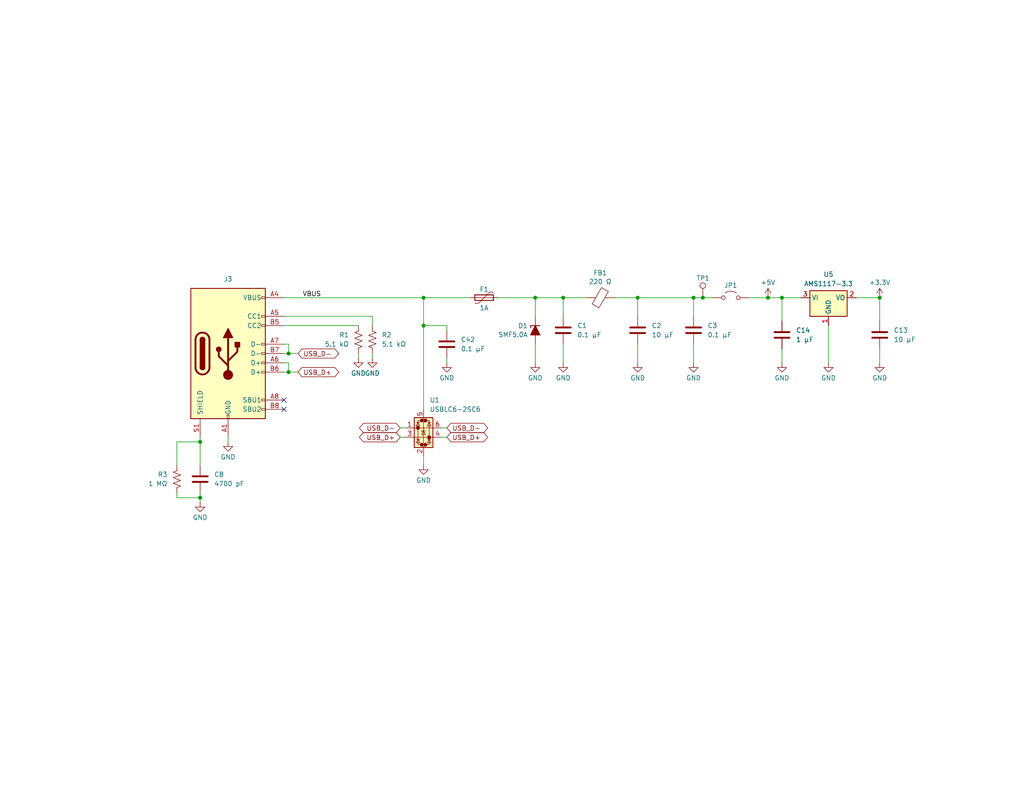
<source format=kicad_sch>
(kicad_sch (version 20250114) (generator "eeschema") (generator_version "9.0")
  (paper "USLetter")
  (lib_symbols
    (symbol "Connector:TestPoint" (pin_numbers (hide yes)) (pin_names (offset 0.762) (hide yes))
      (property "Reference" "TP" (at 0 6.858 0))
      (property "Value" "TestPoint" (at 0 5.08 0))
      (symbol "TestPoint_0_1"
        (circle (center 0 3.302) (radius 0.762))
      )
      (symbol "TestPoint_1_1"
        (pin passive line (at 0 0 90) (length 2.54) (name "1") (number "1"))
      )
    )
    (symbol "Jumper:Jumper_2_Open" (pin_numbers (hide yes)) (pin_names (offset 0) (hide yes))
      (property "Reference" "JP" (at 0 2.794 0))
      (property "Value" "Jumper_2_Open" (at 0 -2.286 0))
      (symbol "Jumper_2_Open_0_0"
        (circle (center -2.032 0) (radius 0.508))
        (circle (center 2.032 0) (radius 0.508))
      )
      (symbol "Jumper_2_Open_0_1"
        (arc (start -1.524 1.27) (mid 0 1.778) (end 1.524 1.27))
      )
      (symbol "Jumper_2_Open_1_1"
        (pin passive line (at -5.08 0 0) (length 2.54) (name "A") (number "1"))
        (pin passive line (at 5.08 0 180) (length 2.54) (name "B") (number "2"))
      )
    )
    (symbol "partdb:AMS1117-3.3"
      (property "Reference" "U" (at -3.81 3.175 0))
      (property "Value" "AMS1117-3.3" (at 0 3.175 0))
      (symbol "AMS1117-3.3_0_1"
        (rectangle (start -5.08 -5.08) (end 5.08 1.905) (stroke (width 0.254)) (fill (type background)))
      )
      (symbol "AMS1117-3.3_1_1"
        (pin power_in line (at -7.62 0 0) (length 2.54) (name "VI") (number "3"))
        (pin power_in line (at 0 -7.62 90) (length 2.54) (name "GND") (number "1"))
        (pin power_out line (at 7.62 0 180) (length 2.54) (name "VO") (number "2"))
      )
    )
    (symbol "partdb:C-0402-0U1-16" (pin_numbers (hide yes)) (pin_names (offset 0.254)) (exclude_from_sim yes)
      (property "Reference" "C" (at 0.635 2.54 0))
      (property "Value" "0.1 µF" (at 0.635 -2.54 0))
      (symbol "C-0402-0U1-16_0_1"
        (polyline (pts (xy -2.032 0.762) (xy 2.032 0.762)) (stroke (width 0.508)))
        (polyline (pts (xy -2.032 -0.762) (xy 2.032 -0.762)) (stroke (width 0.508)))
      )
      (symbol "C-0402-0U1-16_1_1"
        (pin passive line (at 0 3.81 270) (length 2.794) (name "~") (number "1"))
        (pin passive line (at 0 -3.81 90) (length 2.794) (name "~") (number "2"))
      )
    )
    (symbol "partdb:C-0402-1U0-25" (pin_numbers (hide yes)) (pin_names (offset 0.254)) (exclude_from_sim yes)
      (property "Reference" "C" (at 0.635 2.54 0))
      (property "Value" "1 µF" (at 0.635 -2.54 0))
      (symbol "C-0402-1U0-25_0_1"
        (polyline (pts (xy -2.032 0.762) (xy 2.032 0.762)) (stroke (width 0.508)))
        (polyline (pts (xy -2.032 -0.762) (xy 2.032 -0.762)) (stroke (width 0.508)))
      )
      (symbol "C-0402-1U0-25_1_1"
        (pin passive line (at 0 3.81 270) (length 2.794) (name "~") (number "1"))
        (pin passive line (at 0 -3.81 90) (length 2.794) (name "~") (number "2"))
      )
    )
    (symbol "partdb:C-0402-4700P-50" (pin_numbers (hide yes)) (pin_names (offset 0.254)) (exclude_from_sim yes)
      (property "Reference" "C" (at 0.635 2.54 0))
      (property "Value" "4700 pF" (at 0.635 -2.54 0))
      (symbol "C-0402-4700P-50_0_1"
        (polyline (pts (xy -2.032 0.762) (xy 2.032 0.762)) (stroke (width 0.508)))
        (polyline (pts (xy -2.032 -0.762) (xy 2.032 -0.762)) (stroke (width 0.508)))
      )
      (symbol "C-0402-4700P-50_1_1"
        (pin passive line (at 0 3.81 270) (length 2.794) (name "~") (number "1"))
        (pin passive line (at 0 -3.81 90) (length 2.794) (name "~") (number "2"))
      )
    )
    (symbol "partdb:C-0603-10U-10" (pin_numbers (hide yes)) (pin_names (offset 0.254)) (exclude_from_sim yes)
      (property "Reference" "C" (at 0.635 2.54 0))
      (property "Value" "10 µF" (at 0.635 -2.54 0))
      (symbol "C-0603-10U-10_0_1"
        (polyline (pts (xy -2.032 0.762) (xy 2.032 0.762)) (stroke (width 0.508)))
        (polyline (pts (xy -2.032 -0.762) (xy 2.032 -0.762)) (stroke (width 0.508)))
      )
      (symbol "C-0603-10U-10_1_1"
        (pin passive line (at 0 3.81 270) (length 2.794) (name "~") (number "1"))
        (pin passive line (at 0 -3.81 90) (length 2.794) (name "~") (number "2"))
      )
    )
    (symbol "partdb:CZP2AFTTD221P" (pin_numbers (hide yes)) (pin_names (offset 0)) (exclude_from_sim yes)
      (property "Reference" "FB" (at -3.81 0.635 90))
      (property "Value" "220 Ω" (at 3.81 0 90))
      (symbol "CZP2AFTTD221P_0_1"
        (polyline (pts (xy -2.7686 0.4064) (xy -1.7018 2.2606) (xy 2.7686 -0.3048) (xy 1.6764 -2.159) (xy -2.7686 0.4064)))
        (polyline (pts (xy 0 1.27) (xy 0 1.2954)))
        (polyline (pts (xy 0 -1.27) (xy 0 -1.2192)))
      )
      (symbol "CZP2AFTTD221P_1_1"
        (pin passive line (at 0 3.81 270) (length 2.54) (name "~") (number "1"))
        (pin passive line (at 0 -3.81 90) (length 2.54) (name "~") (number "2"))
      )
    )
    (symbol "partdb:R-0402-1M00" (pin_numbers (hide yes)) (pin_names (offset 0)) (exclude_from_sim yes)
      (property "Reference" "R" (at 2.54 0 90))
      (property "Value" "1 MΩ" (at -2.54 0 90))
      (symbol "R-0402-1M00_0_1"
        (polyline (pts (xy 0 2.286) (xy 0 2.54)))
        (polyline (pts (xy 0 2.286) (xy 1.016 1.905) (xy 0 1.524) (xy -1.016 1.143) (xy 0 0.762)))
        (polyline (pts (xy 0 0.762) (xy 1.016 0.381) (xy 0 0) (xy -1.016 -0.381) (xy 0 -0.762)))
        (polyline (pts (xy 0 -0.762) (xy 1.016 -1.143) (xy 0 -1.524) (xy -1.016 -1.905) (xy 0 -2.286)))
        (polyline (pts (xy 0 -2.286) (xy 0 -2.54)))
      )
      (symbol "R-0402-1M00_1_1"
        (pin passive line (at 0 3.81 270) (length 1.27) (name "~") (number "1"))
        (pin passive line (at 0 -3.81 90) (length 1.27) (name "~") (number "2"))
      )
    )
    (symbol "partdb:R-0402-5K10" (pin_numbers (hide yes)) (pin_names (offset 0)) (exclude_from_sim yes)
      (property "Reference" "R" (at 2.54 0 90))
      (property "Value" "5.1 kΩ" (at -2.54 0 90))
      (symbol "R-0402-5K10_0_1"
        (polyline (pts (xy 0 2.286) (xy 0 2.54)))
        (polyline (pts (xy 0 2.286) (xy 1.016 1.905) (xy 0 1.524) (xy -1.016 1.143) (xy 0 0.762)))
        (polyline (pts (xy 0 0.762) (xy 1.016 0.381) (xy 0 0) (xy -1.016 -0.381) (xy 0 -0.762)))
        (polyline (pts (xy 0 -0.762) (xy 1.016 -1.143) (xy 0 -1.524) (xy -1.016 -1.905) (xy 0 -2.286)))
        (polyline (pts (xy 0 -2.286) (xy 0 -2.54)))
      )
      (symbol "R-0402-5K10_1_1"
        (pin passive line (at 0 3.81 270) (length 1.27) (name "~") (number "1"))
        (pin passive line (at 0 -3.81 90) (length 1.27) (name "~") (number "2"))
      )
    )
    (symbol "partdb:SMD0805-100" (pin_numbers (hide yes)) (pin_names (offset 0)) (exclude_from_sim yes)
      (property "Reference" "F" (at -2.54 0 90))
      (property "Value" "1A" (at 2.54 0 90))
      (symbol "SMD0805-100_0_1"
        (polyline (pts (xy -1.524 2.54) (xy -1.524 1.524) (xy 1.524 -1.524) (xy 1.524 -2.54)))
        (rectangle (start -0.762 2.54) (end 0.762 -2.54) (stroke (width 0.254)))
        (polyline (pts (xy 0 2.54) (xy 0 -2.54)))
      )
      (symbol "SMD0805-100_1_1"
        (pin passive line (at 0 3.81 270) (length 1.27) (name "~") (number "1"))
        (pin passive line (at 0 -3.81 90) (length 1.27) (name "~") (number "2"))
      )
    )
    (symbol "partdb:SMF5.0A" (pin_numbers (hide yes)) (pin_names (offset 1.016) (hide yes)) (exclude_from_sim yes)
      (property "Reference" "D" (at 0 2.54 0))
      (property "Value" "SMF5.0A" (at 0 -2.54 0))
      (symbol "SMF5.0A_0_1"
        (polyline (pts (xy -1.27 -1.27) (xy -1.27 1.27) (xy -0.762 1.27)) (stroke (width 0.254)))
        (polyline (pts (xy 1.27 0) (xy -1.27 0)))
        (polyline (pts (xy 1.27 -1.27) (xy 1.27 1.27) (xy -1.27 0) (xy 1.27 -1.27)) (stroke (width 0.254)) (fill (type outline)))
      )
      (symbol "SMF5.0A_1_1"
        (pin passive line (at -3.81 0 0) (length 2.54) (name "K") (number "1"))
        (pin passive line (at 3.81 0 180) (length 2.54) (name "A") (number "2"))
      )
    )
    (symbol "partdb:TYPE-C-31-M-12" (pin_names (offset 1.016)) (exclude_from_sim yes)
      (property "Reference" "J" (at 0 22.225 0))
      (property "Value" "TYPE-C-31-M-12" (at 0 19.685 0))
      (symbol "TYPE-C-31-M-12_0_0"
        (rectangle (start -0.254 -17.78) (end 0.254 -16.764))
        (rectangle (start 10.16 15.494) (end 9.144 14.986))
        (rectangle (start 10.16 10.414) (end 9.144 9.906))
        (rectangle (start 10.16 7.874) (end 9.144 7.366))
        (rectangle (start 10.16 2.794) (end 9.144 2.286))
        (rectangle (start 10.16 0.254) (end 9.144 -0.254))
        (rectangle (start 10.16 -2.286) (end 9.144 -2.794))
        (rectangle (start 10.16 -4.826) (end 9.144 -5.334))
        (rectangle (start 10.16 -12.446) (end 9.144 -12.954))
        (rectangle (start 10.16 -14.986) (end 9.144 -15.494))
      )
      (symbol "TYPE-C-31-M-12_0_1"
        (rectangle (start -10.16 17.78) (end 10.16 -17.78) (stroke (width 0.254)) (fill (type background)))
        (polyline (pts (xy -8.89 -3.81) (xy -8.89 3.81)) (stroke (width 0.508)))
        (rectangle (start -7.62 -3.81) (end -6.35 3.81) (stroke (width 0.254)) (fill (type outline)))
        (arc (start -7.62 3.81) (mid -6.985 4.4423) (end -6.35 3.81) (stroke (width 0.254)))
        (arc (start -7.62 3.81) (mid -6.985 4.4423) (end -6.35 3.81) (stroke (width 0.254)) (fill (type outline)))
        (arc (start -8.89 3.81) (mid -6.985 5.7067) (end -5.08 3.81) (stroke (width 0.508)))
        (arc (start -5.08 -3.81) (mid -6.985 -5.7067) (end -8.89 -3.81) (stroke (width 0.508)))
        (arc (start -6.35 -3.81) (mid -6.985 -4.4423) (end -7.62 -3.81) (stroke (width 0.254)))
        (arc (start -6.35 -3.81) (mid -6.985 -4.4423) (end -7.62 -3.81) (stroke (width 0.254)) (fill (type outline)))
        (polyline (pts (xy -5.08 3.81) (xy -5.08 -3.81)) (stroke (width 0.508)))
        (circle (center -2.54 1.143) (radius 0.635) (stroke (width 0.254)) (fill (type outline)))
        (polyline (pts (xy -1.27 4.318) (xy 0 6.858) (xy 1.27 4.318) (xy -1.27 4.318)) (stroke (width 0.254)) (fill (type outline)))
        (polyline (pts (xy 0 -2.032) (xy 2.54 0.508) (xy 2.54 1.778)) (stroke (width 0.508)))
        (polyline (pts (xy 0 -3.302) (xy -2.54 -0.762) (xy -2.54 0.508)) (stroke (width 0.508)))
        (polyline (pts (xy 0 -5.842) (xy 0 4.318)) (stroke (width 0.508)))
        (circle (center 0 -5.842) (radius 1.27) (fill (type outline)))
        (rectangle (start 1.905 1.778) (end 3.175 3.048) (stroke (width 0.254)) (fill (type outline)))
      )
      (symbol "TYPE-C-31-M-12_1_1"
        (pin passive line (at -7.62 -22.86 90) (length 5.08) (name "SHIELD") (number "S1"))
        (pin passive line (at 0 -22.86 90) (length 5.08) (name "GND") (number "A1"))
        (pin passive line (at 0 -22.86 90) (length 5.08) (hide yes) (name "GND") (number "A12"))
        (pin passive line (at 0 -22.86 90) (length 5.08) (hide yes) (name "GND") (number "B1"))
        (pin passive line (at 0 -22.86 90) (length 5.08) (hide yes) (name "GND") (number "B12"))
        (pin passive line (at 15.24 15.24 180) (length 5.08) (name "VBUS") (number "A4"))
        (pin passive line (at 15.24 15.24 180) (length 5.08) (hide yes) (name "VBUS") (number "A9"))
        (pin passive line (at 15.24 15.24 180) (length 5.08) (hide yes) (name "VBUS") (number "B4"))
        (pin passive line (at 15.24 15.24 180) (length 5.08) (hide yes) (name "VBUS") (number "B9"))
        (pin bidirectional line (at 15.24 10.16 180) (length 5.08) (name "CC1") (number "A5"))
        (pin bidirectional line (at 15.24 7.62 180) (length 5.08) (name "CC2") (number "B5"))
        (pin bidirectional line (at 15.24 2.54 180) (length 5.08) (name "D-") (number "A7"))
        (pin bidirectional line (at 15.24 0 180) (length 5.08) (name "D-") (number "B7"))
        (pin bidirectional line (at 15.24 -2.54 180) (length 5.08) (name "D+") (number "A6"))
        (pin bidirectional line (at 15.24 -5.08 180) (length 5.08) (name "D+") (number "B6"))
        (pin bidirectional line (at 15.24 -12.7 180) (length 5.08) (name "SBU1") (number "A8"))
        (pin bidirectional line (at 15.24 -15.24 180) (length 5.08) (name "SBU2") (number "B8"))
      )
    )
    (symbol "partdb:USBLC6-2SC6" (pin_names (hide yes))
      (property "Reference" "U" (at 0.635 5.715 0))
      (property "Value" "USBLC6-2SC6" (at 0.635 3.81 0))
      (symbol "USBLC6-2SC6_0_0"
        (circle (center -1.524 0) (radius 0.0001) (stroke (width 0.508)))
        (circle (center -0.508 2.032) (radius 0.0001) (stroke (width 0.508)))
        (circle (center -0.508 -4.572) (radius 0.0001) (stroke (width 0.508)))
        (circle (center 0.508 2.032) (radius 0.0001) (stroke (width 0.508)))
        (circle (center 0.508 -4.572) (radius 0.0001) (stroke (width 0.508)))
        (circle (center 1.524 -2.54) (radius 0.0001) (stroke (width 0.508)))
      )
      (symbol "USBLC6-2SC6_0_1"
        (polyline (pts (xy -2.54 0) (xy 2.54 0)))
        (polyline (pts (xy -2.54 -2.54) (xy 2.54 -2.54)))
        (polyline (pts (xy -2.032 0.508) (xy -1.016 0.508) (xy -1.524 1.524) (xy -2.032 0.508)))
        (polyline (pts (xy -2.032 -3.048) (xy -1.016 -3.048)))
        (polyline (pts (xy -1.016 1.524) (xy -2.032 1.524)))
        (polyline (pts (xy -1.016 -4.064) (xy -2.032 -4.064) (xy -1.524 -3.048) (xy -1.016 -4.064)))
        (polyline (pts (xy -0.508 -1.143) (xy -0.508 -0.762) (xy 0.508 -0.762)))
        (polyline (pts (xy 0 2.54) (xy -0.508 2.032) (xy 0.508 2.032) (xy 0 1.524) (xy 0 -4.064) (xy -0.508 -4.572) (xy 0.508 -4.572) (xy 0 -5.08)))
        (polyline (pts (xy 0.508 -1.778) (xy -0.508 -1.778) (xy 0 -0.762) (xy 0.508 -1.778)))
        (polyline (pts (xy 1.016 1.524) (xy 2.032 1.524)))
        (polyline (pts (xy 1.016 -3.048) (xy 2.032 -3.048)))
        (polyline (pts (xy 2.032 0.508) (xy 1.016 0.508) (xy 1.524 1.524) (xy 2.032 0.508)))
        (polyline (pts (xy 2.032 -4.064) (xy 1.016 -4.064) (xy 1.524 -3.048) (xy 2.032 -4.064)))
      )
      (symbol "USBLC6-2SC6_1_1"
        (rectangle (start -2.54 2.794) (end 2.54 -5.334) (stroke (width 0.254)) (fill (type background)))
        (polyline (pts (xy -0.508 2.032) (xy -1.524 2.032) (xy -1.524 -4.572) (xy -0.508 -4.572)))
        (polyline (pts (xy 0.508 -4.572) (xy 1.524 -4.572) (xy 1.524 2.032) (xy 0.508 2.032)))
        (pin passive line (at -5.08 0 0) (length 2.54) (name "I/O1") (number "1"))
        (pin passive line (at -5.08 -2.54 0) (length 2.54) (name "I/O2") (number "3"))
        (pin passive line (at 0 5.08 270) (length 2.54) (name "VBUS") (number "5"))
        (pin passive line (at 0 -7.62 90) (length 2.54) (name "GND") (number "2"))
        (pin passive line (at 5.08 0 180) (length 2.54) (name "I/O1") (number "6"))
        (pin passive line (at 5.08 -2.54 180) (length 2.54) (name "I/O2") (number "4"))
      )
    )
    (symbol "power:+3.3V" (power) (pin_numbers (hide yes)) (pin_names (offset 0) (hide yes))
      (property "Value" "+3.3V" (at 0 3.556 0))
      (symbol "+3.3V_0_1"
        (polyline (pts (xy -0.762 1.27) (xy 0 2.54)))
        (polyline (pts (xy 0 2.54) (xy 0.762 1.27)))
        (polyline (pts (xy 0 0) (xy 0 2.54)))
      )
      (symbol "+3.3V_1_1"
        (pin power_in line (at 0 0 90) (length 0) (name "~") (number "1"))
      )
    )
    (symbol "power:+5V" (power) (pin_numbers (hide yes)) (pin_names (offset 0) (hide yes))
      (property "Value" "+5V" (at 0 3.556 0))
      (symbol "+5V_0_1"
        (polyline (pts (xy -0.762 1.27) (xy 0 2.54)))
        (polyline (pts (xy 0 2.54) (xy 0.762 1.27)))
        (polyline (pts (xy 0 0) (xy 0 2.54)))
      )
      (symbol "+5V_1_1"
        (pin power_in line (at 0 0 90) (length 0) (name "~") (number "1"))
      )
    )
    (symbol "power:GND" (power) (pin_numbers (hide yes)) (pin_names (offset 0) (hide yes))
      (property "Value" "GND" (at 0 -3.81 0))
      (symbol "GND_0_1"
        (polyline (pts (xy 0 0) (xy 0 -1.27) (xy 1.27 -1.27) (xy 0 -2.54) (xy -1.27 -1.27) (xy 0 -1.27)))
      )
      (symbol "GND_1_1"
        (pin power_in line (at 0 0 270) (length 0) (name "~") (number "1"))
      )
    )
  )
  (junction (at 191.77 81.28))
  (junction (at 240.03 81.28))
  (junction (at 146.05 81.28))
  (junction (at 54.61 120.65))
  (junction (at 115.57 88.9))
  (junction (at 213.36 81.28))
  (junction (at 54.61 135.89))
  (junction (at 209.55 81.28))
  (junction (at 78.74 101.6))
  (junction (at 189.23 81.28))
  (junction (at 173.99 81.28))
  (junction (at 78.74 96.52))
  (junction (at 153.67 81.28))
  (junction (at 115.57 81.28))
  (no_connect (at 77.47 111.76))
  (no_connect (at 77.47 109.22))
  (wire (pts (xy 115.57 81.28) (xy 128.27 81.28)))
  (wire (pts (xy 109.22 119.38) (xy 110.49 119.38)))
  (wire (pts (xy 78.74 96.52) (xy 81.28 96.52)))
  (wire (pts (xy 78.74 96.52) (xy 77.47 96.52)))
  (wire (pts (xy 191.77 81.28) (xy 194.31 81.28)))
  (wire (pts (xy 153.67 99.06) (xy 153.67 93.98)))
  (wire (pts (xy 48.26 120.65) (xy 54.61 120.65)))
  (wire (pts (xy 115.57 81.28) (xy 77.47 81.28)))
  (wire (pts (xy 48.26 135.89) (xy 48.26 134.62)))
  (wire (pts (xy 54.61 119.38) (xy 54.61 120.65)))
  (wire (pts (xy 121.92 90.17) (xy 121.92 88.9)))
  (wire (pts (xy 189.23 81.28) (xy 191.77 81.28)))
  (wire (pts (xy 101.6 86.36) (xy 101.6 88.9)))
  (wire (pts (xy 54.61 135.89) (xy 54.61 134.62)))
  (wire (pts (xy 173.99 81.28) (xy 189.23 81.28)))
  (wire (pts (xy 77.47 88.9) (xy 97.79 88.9)))
  (wire (pts (xy 109.22 116.84) (xy 110.49 116.84)))
  (wire (pts (xy 153.67 81.28) (xy 160.02 81.28)))
  (wire (pts (xy 189.23 99.06) (xy 189.23 93.98)))
  (wire (pts (xy 48.26 135.89) (xy 54.61 135.89)))
  (wire (pts (xy 121.92 116.84) (xy 120.65 116.84)))
  (wire (pts (xy 226.06 99.06) (xy 226.06 88.9)))
  (wire (pts (xy 213.36 99.06) (xy 213.36 95.25)))
  (wire (pts (xy 54.61 120.65) (xy 54.61 127)))
  (wire (pts (xy 233.68 81.28) (xy 240.03 81.28)))
  (wire (pts (xy 173.99 81.28) (xy 173.99 86.36)))
  (wire (pts (xy 101.6 97.79) (xy 101.6 96.52)))
  (wire (pts (xy 146.05 99.06) (xy 146.05 93.98)))
  (wire (pts (xy 78.74 99.06) (xy 78.74 101.6)))
  (wire (pts (xy 173.99 99.06) (xy 173.99 93.98)))
  (wire (pts (xy 77.47 86.36) (xy 101.6 86.36)))
  (wire (pts (xy 62.23 120.65) (xy 62.23 119.38)))
  (wire (pts (xy 77.47 93.98) (xy 78.74 93.98)))
  (wire (pts (xy 146.05 81.28) (xy 146.05 86.36)))
  (wire (pts (xy 48.26 127) (xy 48.26 120.65)))
  (wire (pts (xy 189.23 86.36) (xy 189.23 81.28)))
  (wire (pts (xy 204.47 81.28) (xy 209.55 81.28)))
  (wire (pts (xy 135.89 81.28) (xy 146.05 81.28)))
  (wire (pts (xy 97.79 97.79) (xy 97.79 96.52)))
  (wire (pts (xy 218.44 81.28) (xy 213.36 81.28)))
  (wire (pts (xy 121.92 99.06) (xy 121.92 97.79)))
  (wire (pts (xy 153.67 81.28) (xy 153.67 86.36)))
  (wire (pts (xy 146.05 81.28) (xy 153.67 81.28)))
  (wire (pts (xy 167.64 81.28) (xy 173.99 81.28)))
  (wire (pts (xy 121.92 119.38) (xy 120.65 119.38)))
  (wire (pts (xy 54.61 137.16) (xy 54.61 135.89)))
  (wire (pts (xy 78.74 101.6) (xy 77.47 101.6)))
  (wire (pts (xy 115.57 127) (xy 115.57 124.46)))
  (wire (pts (xy 78.74 101.6) (xy 81.28 101.6)))
  (wire (pts (xy 115.57 88.9) (xy 115.57 81.28)))
  (wire (pts (xy 78.74 93.98) (xy 78.74 96.52)))
  (wire (pts (xy 115.57 111.76) (xy 115.57 88.9)))
  (wire (pts (xy 209.55 81.28) (xy 213.36 81.28)))
  (wire (pts (xy 240.03 81.28) (xy 240.03 87.63)))
  (wire (pts (xy 121.92 88.9) (xy 115.57 88.9)))
  (wire (pts (xy 240.03 99.06) (xy 240.03 95.25)))
  (wire (pts (xy 77.47 99.06) (xy 78.74 99.06)))
  (wire (pts (xy 213.36 81.28) (xy 213.36 87.63)))
  (label "VBUS" (at 87.63 81.28 180))
  (global_label "USB_D+" (shape bidirectional) (at 81.28 101.6 0) (property "Intersheetrefs" "${INTERSHEET_REFS}" (effects (hide yes))))
  (global_label "USB_D+" (shape bidirectional) (at 109.22 119.38 180) (property "Intersheetrefs" "${INTERSHEET_REFS}" (effects (hide yes))))
  (global_label "USB_D-" (shape bidirectional) (at 121.92 116.84 0) (property "Intersheetrefs" "${INTERSHEET_REFS}" (effects (hide yes))))
  (global_label "USB_D+" (shape bidirectional) (at 121.92 119.38 0) (property "Intersheetrefs" "${INTERSHEET_REFS}" (effects (hide yes))))
  (global_label "USB_D-" (shape bidirectional) (at 109.22 116.84 180) (property "Intersheetrefs" "${INTERSHEET_REFS}" (effects (hide yes))))
  (global_label "USB_D-" (shape bidirectional) (at 81.28 96.52 0) (property "Intersheetrefs" "${INTERSHEET_REFS}" (effects (hide yes))))
  (symbol (lib_id "partdb:SMF5.0A") (at 146.05 90.17 90) (mirror x) (unit 1) (exclude_from_sim yes)
    (property "Reference" "D1" (at 144.018 88.9578 90) (effects (justify left)))
    (property "Value" "SMF5.0A" (at 144.018 91.3821 90) (effects (justify left)))
    (property "Footprint" "Diode_SMD:D_SOD-123F" (effects (hide yes)))
    (property "Datasheet" "https://partdb.alfter.us/en/part/474/info" (effects (hide yes)))
    (property "Description" "9.2V Clamp 21.7A Ipp Tvs Diode Surface Mount SOD-123" (effects (hide yes)))
    (property "Category" "Circuit Protection/Transient Voltage Suppressors (TVS)/TVS Diodes" (effects (hide yes)))
    (property "Manufacturer" "Littelfuse Inc." (effects (hide yes)))
    (property "MPN" "SMF5.0A" (effects (hide yes)))
    (property "Manufacturing Status" "Active" (effects (hide yes)))
    (property "Part-DB Footprint" "SOD-123" (effects (hide yes)))
    (property "Part-DB ID" "474" (effects (hide yes)))
    (property "DigiKey" " F5748CT-ND" (effects (hide yes)))
    (property "LCSC" "C151296" (effects (hide yes)))
  )
  (symbol (lib_id "partdb:R-0402-5K10") (at 97.79 92.71 0) (mirror y) (unit 1) (exclude_from_sim yes)
    (property "Reference" "R1" (at 95.25 91.4399 0) (effects (justify left)))
    (property "Value" "5.1 kΩ" (at 95.25 93.9799 0) (effects (justify left)))
    (property "Footprint" "Resistor_SMD:R_0402_1005Metric" (effects (hide yes)))
    (property "Datasheet" "https://partdb.alfter.us/en/part/288/info" (effects (hide yes)))
    (property "Description" "resistor 5.1 kΩ 1%" (effects (hide yes)))
    (property "Category" "Resistors/Chip Resistor - Surface Mount" (effects (hide yes)))
    (property "Part-DB Footprint" "0402" (effects (hide yes)))
    (property "Part-DB ID" "288" (effects (hide yes)))
    (property "LCSC" "C25905" (effects (hide yes)))
    (property "MPN" "0402WGF5101TCE" (effects (hide yes)))
    (property "Manufacturer" "Uniroyal Elec" (effects (hide yes)))
  )
  (symbol (lib_id "power:GND") (at 115.57 127 0) (unit 1)
    (property "Reference" "#PWR013" (effects (hide yes)))
    (property "Value" "GND" (at 115.57 131.1331 0))
    (property "Description" "Power symbol creates a global label with name \"GND\" , ground" (effects (hide yes)))
  )
  (symbol (lib_id "partdb:C-0402-0U1-16") (at 189.23 90.17 0) (unit 1) (exclude_from_sim yes)
    (property "Reference" "C3" (at 193.04 88.8999 0) (effects (justify left)))
    (property "Value" "0.1 µF" (at 193.04 91.4399 0) (effects (justify left)))
    (property "Footprint" "Capacitor_SMD:C_0402_1005Metric" (effects (hide yes)))
    (property "Datasheet" "https://partdb.alfter.us/en/part/261/info" (effects (hide yes)))
    (property "Description" "capacitor 0.1 µF ±10% 16V X7R" (effects (hide yes)))
    (property "Category" "Capacitors/Ceramic Capacitors" (effects (hide yes)))
    (property "Part-DB Footprint" "0402" (effects (hide yes)))
    (property "Part-DB ID" "261" (effects (hide yes)))
    (property "DigiKey" "1276-1001-1-ND" (effects (hide yes)))
    (property "LCSC" "C1525" (effects (hide yes)))
    (property "MPN" "CL05B104KO5NNNC" (effects (hide yes)))
    (property "Manufacturer" "Samsung Electro-Mechanics" (effects (hide yes)))
  )
  (symbol (lib_id "power:+3.3V") (at 240.03 81.28 0) (unit 1)
    (property "Reference" "#PWR022" (effects (hide yes)))
    (property "Value" "+3.3V" (at 240.03 77.1469 0))
    (property "Description" "Power symbol creates a global label with name \"+3.3V\"" (effects (hide yes)))
  )
  (symbol (lib_id "partdb:C-0402-0U1-16") (at 153.67 90.17 0) (unit 1) (exclude_from_sim yes)
    (property "Reference" "C1" (at 157.48 88.8999 0) (effects (justify left)))
    (property "Value" "0.1 µF" (at 157.48 91.4399 0) (effects (justify left)))
    (property "Footprint" "Capacitor_SMD:C_0402_1005Metric" (effects (hide yes)))
    (property "Datasheet" "https://partdb.alfter.us/en/part/261/info" (effects (hide yes)))
    (property "Description" "capacitor 0.1 µF ±10% 16V X7R" (effects (hide yes)))
    (property "Category" "Capacitors/Ceramic Capacitors" (effects (hide yes)))
    (property "Part-DB Footprint" "0402" (effects (hide yes)))
    (property "Part-DB ID" "261" (effects (hide yes)))
    (property "DigiKey" "1276-1001-1-ND" (effects (hide yes)))
    (property "LCSC" "C1525" (effects (hide yes)))
    (property "MPN" "CL05B104KO5NNNC" (effects (hide yes)))
    (property "Manufacturer" "Samsung Electro-Mechanics" (effects (hide yes)))
  )
  (symbol (lib_id "power:GND") (at 226.06 99.06 0) (unit 1)
    (property "Reference" "#PWR041" (effects (hide yes)))
    (property "Value" "GND" (at 226.06 103.1931 0))
    (property "Description" "Power symbol creates a global label with name \"GND\" , ground" (effects (hide yes)))
  )
  (symbol (lib_id "power:GND") (at 97.79 97.79 0) (unit 1)
    (property "Reference" "#PWR09" (effects (hide yes)))
    (property "Value" "GND" (at 97.79 101.9231 0))
    (property "Description" "Power symbol creates a global label with name \"GND\" , ground" (effects (hide yes)))
  )
  (symbol (lib_id "Connector:TestPoint") (at 191.77 81.28 0) (unit 1)
    (property "Reference" "TP1" (at 189.992 75.946 0) (effects (justify left)))
    (property "Value" "TestPoint" (effects (hide yes)))
    (property "Footprint" "TestPoint:TestPoint_Pad_D1.0mm" (effects (hide yes)))
    (property "Description" "test point" (effects (hide yes)))
  )
  (symbol (lib_id "partdb:CZP2AFTTD221P") (at 163.83 81.28 90) (unit 1) (exclude_from_sim yes)
    (property "Reference" "FB1" (at 163.7792 74.4939 90))
    (property "Value" "220 Ω" (at 163.7792 76.9182 90))
    (property "Footprint" "Inductor_SMD:L_0805_2012Metric" (effects (hide yes)))
    (property "Datasheet" "https://partdb.alfter.us/en/part/476/info" (effects (hide yes)))
    (property "Description" "220 Ohms @ 100 MHz 1 Power Line Ferrite Bead 0805 (2012 Metric) 3A 50mOhm" (effects (hide yes)))
    (property "Category" "Filters/Ferrite Beads and Chips" (effects (hide yes)))
    (property "Manufacturer" "TDK" (effects (hide yes)))
    (property "MPN" "MPZ2012S221AT000" (effects (hide yes)))
    (property "Manufacturing Status" "Active" (effects (hide yes)))
    (property "Part-DB ID" "476" (effects (hide yes)))
    (property "DigiKey" "445-MPZ2012S221AT000CT-ND" (effects (hide yes)))
    (property "LCSC" "C76818" (effects (hide yes)))
  )
  (symbol (lib_id "power:GND") (at 101.6 97.79 0) (unit 1)
    (property "Reference" "#PWR010" (effects (hide yes)))
    (property "Value" "GND" (at 101.6 101.9231 0))
    (property "Description" "Power symbol creates a global label with name \"GND\" , ground" (effects (hide yes)))
  )
  (symbol (lib_id "partdb:R-0402-5K10") (at 101.6 92.71 0) (unit 1) (exclude_from_sim yes)
    (property "Reference" "R2" (at 104.14 91.4399 0) (effects (justify left)))
    (property "Value" "5.1 kΩ" (at 104.14 93.9799 0) (effects (justify left)))
    (property "Footprint" "Resistor_SMD:R_0402_1005Metric" (effects (hide yes)))
    (property "Datasheet" "https://partdb.alfter.us/en/part/288/info" (effects (hide yes)))
    (property "Description" "resistor 5.1 kΩ 1%" (effects (hide yes)))
    (property "Category" "Resistors/Chip Resistor - Surface Mount" (effects (hide yes)))
    (property "Part-DB Footprint" "0402" (effects (hide yes)))
    (property "Part-DB ID" "288" (effects (hide yes)))
    (property "LCSC" "C25905" (effects (hide yes)))
    (property "MPN" "0402WGF5101TCE" (effects (hide yes)))
    (property "Manufacturer" "Uniroyal Elec" (effects (hide yes)))
  )
  (symbol (lib_id "power:GND") (at 213.36 99.06 0) (unit 1)
    (property "Reference" "#PWR020" (effects (hide yes)))
    (property "Value" "GND" (at 213.36 103.1931 0))
    (property "Description" "Power symbol creates a global label with name \"GND\" , ground" (effects (hide yes)))
  )
  (symbol (lib_id "partdb:C-0603-10U-10") (at 173.99 90.17 0) (unit 1) (exclude_from_sim yes)
    (property "Reference" "C2" (at 177.8 88.8999 0) (effects (justify left)))
    (property "Value" "10 µF" (at 177.8 91.4399 0) (effects (justify left)))
    (property "Footprint" "Capacitor_SMD:C_0603_1608Metric" (effects (hide yes)))
    (property "Datasheet" "https://partdb.alfter.us/en/part/270/info" (effects (hide yes)))
    (property "Description" "capacitor 10 µF ±10% 10V X5R" (effects (hide yes)))
    (property "Category" "Capacitors/Ceramic Capacitors" (effects (hide yes)))
    (property "Part-DB Footprint" "0603" (effects (hide yes)))
    (property "Part-DB ID" "270" (effects (hide yes)))
    (property "DigiKey" "1276-1192-1-ND" (effects (hide yes)))
    (property "LCSC" "C19702" (effects (hide yes)))
    (property "MPN" "CL10A106KP8NNNC" (effects (hide yes)))
    (property "Manufacturer" "Samsung Electro-Mechanics" (effects (hide yes)))
  )
  (symbol (lib_id "partdb:R-0402-1M00") (at 48.26 130.81 0) (mirror y) (unit 1) (exclude_from_sim yes)
    (property "Reference" "R3" (at 45.72 129.5399 0) (effects (justify left)))
    (property "Value" "1 MΩ" (at 45.72 132.0799 0) (effects (justify left)))
    (property "Footprint" "Resistor_SMD:R_0402_1005Metric" (effects (hide yes)))
    (property "Datasheet" "https://partdb.alfter.us/en/part/483/info" (effects (hide yes)))
    (property "Description" "resistor 1 MΩ 1%" (effects (hide yes)))
    (property "Category" "Resistors/Chip Resistor - Surface Mount" (effects (hide yes)))
    (property "Part-DB Footprint" "0402" (effects (hide yes)))
    (property "Part-DB ID" "483" (effects (hide yes)))
    (property "LCSC" "C26083" (effects (hide yes)))
    (property "MPN" "0402WGF1004TCE" (effects (hide yes)))
    (property "Manufacturer" "Uniroyal Elec" (effects (hide yes)))
  )
  (symbol (lib_id "partdb:SMD0805-100") (at 132.08 81.28 90) (unit 1) (exclude_from_sim yes)
    (property "Reference" "F1" (at 133.35 78.994 90) (effects (justify left)))
    (property "Value" "1A" (at 133.35 84.074 90) (effects (justify left)))
    (property "Footprint" "Fuse:Fuse_0805_2012Metric" (effects (hide yes)))
    (property "Datasheet" "https://partdb.alfter.us/en/part/475/info" (effects (hide yes)))
    (property "Description" "6V 1A 100A 1.95A 0805 Resettable Fuses ROHS" (effects (hide yes)))
    (property "Category" "Circuit Protection/PTC Resettable Fuses" (effects (hide yes)))
    (property "Manufacturer" "TECHFUSE" (effects (hide yes)))
    (property "MPN" "SMD0805-100" (effects (hide yes)))
    (property "Part-DB Footprint" "0805" (effects (hide yes)))
    (property "Mass" "0.024 g" (effects (hide yes)))
    (property "Part-DB ID" "475" (effects (hide yes)))
    (property "LCSC" "C70061" (effects (hide yes)))
  )
  (symbol (lib_id "partdb:C-0402-1U0-25") (at 213.36 91.44 0) (unit 1) (exclude_from_sim yes)
    (property "Reference" "C14" (at 217.17 90.1699 0) (effects (justify left)))
    (property "Value" "1 µF" (at 217.17 92.7099 0) (effects (justify left)))
    (property "Footprint" "Capacitor_SMD:C_0402_1005Metric" (effects (hide yes)))
    (property "Datasheet" "https://partdb.alfter.us/en/part/263/info" (effects (hide yes)))
    (property "Description" "capacitor 1 µF ±10% 25V X5R" (effects (hide yes)))
    (property "Category" "Capacitors/Ceramic Capacitors" (effects (hide yes)))
    (property "Part-DB Footprint" "0402" (effects (hide yes)))
    (property "Part-DB ID" "263" (effects (hide yes)))
    (property "DigiKey" "1276-1445-1-ND" (effects (hide yes)))
    (property "LCSC" "C52923" (effects (hide yes)))
    (property "MPN" "CL05A105KA5NQNC" (effects (hide yes)))
    (property "Manufacturer" "Samsung Electro-Mechanics" (effects (hide yes)))
  )
  (symbol (lib_id "power:GND") (at 54.61 137.16 0) (unit 1)
    (property "Reference" "#PWR012" (effects (hide yes)))
    (property "Value" "GND" (at 54.61 141.2931 0))
    (property "Description" "Power symbol creates a global label with name \"GND\" , ground" (effects (hide yes)))
  )
  (symbol (lib_id "power:GND") (at 153.67 99.06 0) (unit 1)
    (property "Reference" "#PWR016" (effects (hide yes)))
    (property "Value" "GND" (at 153.67 103.1931 0))
    (property "Description" "Power symbol creates a global label with name \"GND\" , ground" (effects (hide yes)))
  )
  (symbol (lib_id "power:+5V") (at 209.55 81.28 0) (unit 1)
    (property "Reference" "#PWR019" (effects (hide yes)))
    (property "Value" "+5V" (at 209.55 77.1469 0))
    (property "Description" "Power symbol creates a global label with name \"+5V\"" (effects (hide yes)))
  )
  (symbol (lib_id "partdb:C-0402-0U1-16") (at 121.92 93.98 0) (unit 1) (exclude_from_sim yes)
    (property "Reference" "C42" (at 125.73 92.7099 0) (effects (justify left)))
    (property "Value" "0.1 µF" (at 125.73 95.2499 0) (effects (justify left)))
    (property "Footprint" "Capacitor_SMD:C_0402_1005Metric" (effects (hide yes)))
    (property "Datasheet" "https://partdb.alfter.us/en/part/261/info" (effects (hide yes)))
    (property "Description" "capacitor 0.1 µF ±10% 16V X7R" (effects (hide yes)))
    (property "Category" "Capacitors/Ceramic Capacitors" (effects (hide yes)))
    (property "Part-DB Footprint" "0402" (effects (hide yes)))
    (property "Part-DB ID" "261" (effects (hide yes)))
    (property "DigiKey" "1276-1001-1-ND" (effects (hide yes)))
    (property "LCSC" "C1525" (effects (hide yes)))
    (property "MPN" "CL05B104KO5NNNC" (effects (hide yes)))
    (property "Manufacturer" "Samsung Electro-Mechanics" (effects (hide yes)))
  )
  (symbol (lib_id "power:GND") (at 189.23 99.06 0) (unit 1)
    (property "Reference" "#PWR018" (effects (hide yes)))
    (property "Value" "GND" (at 189.23 103.1931 0))
    (property "Description" "Power symbol creates a global label with name \"GND\" , ground" (effects (hide yes)))
  )
  (symbol (lib_id "partdb:TYPE-C-31-M-12") (at 62.23 96.52 0) (unit 1) (exclude_from_sim yes)
    (property "Reference" "J3" (at 62.23 76.2 0))
    (property "Value" "TYPE-C-31-M-12" (effects (hide yes)))
    (property "Footprint" "Connector_USB:USB_C_Receptacle_HRO_TYPE-C-31-M-12" (effects (hide yes)))
    (property "Datasheet" "https://partdb.alfter.us/en/part/480/info" (effects (hide yes)))
    (property "Description" "5A 1 16P Female Type-C SMD USB Connectors ROHS" (effects (hide yes)))
    (property "Category" "Connectors, Interconnects/USB, DVI, HDMI Connectors/USB, DVI, HDMI Connector Assemblies" (effects (hide yes)))
    (property "Manufacturer" "Korean Hroparts Elec" (effects (hide yes)))
    (property "MPN" "TYPE-C-31-M-12" (effects (hide yes)))
    (property "Part-DB Footprint" "SMD" (effects (hide yes)))
    (property "Mass" "0.866 g" (effects (hide yes)))
    (property "Part-DB ID" "480" (effects (hide yes)))
    (property "LCSC" "C165948" (effects (hide yes)))
  )
  (symbol (lib_id "partdb:USBLC6-2SC6") (at 115.57 116.84 0) (unit 1)
    (property "Reference" "U1" (at 117.2211 109.22 0) (effects (justify left)))
    (property "Value" "USBLC6-2SC6" (at 117.2211 111.76 0) (effects (justify left)))
    (property "Footprint" "Package_TO_SOT_SMD:TSOT-23-6" (effects (hide yes)))
    (property "Datasheet" "https://partdb.alfter.us/en/part/484/info" (effects (hide yes)))
    (property "Description" "6A 12V 150W 6V Unidirectional 5V SOT-23-6 ESD and Surge Protection (TVS/ESD) ROHS" (effects (hide yes)))
    (property "Category" "Circuit Protection/Transient Voltage Suppressors (TVS)/TVS Diodes" (effects (hide yes)))
    (property "Manufacturer" "TECH PUBLIC" (effects (hide yes)))
    (property "MPN" "USBLC6-2SC6" (effects (hide yes)))
    (property "Part-DB Footprint" "SOT-23-6" (effects (hide yes)))
    (property "Mass" "0.041 g" (effects (hide yes)))
    (property "Part-DB ID" "484" (effects (hide yes)))
    (property "LCSC" "C2827654" (effects (hide yes)))
  )
  (symbol (lib_id "power:GND") (at 240.03 99.06 0) (unit 1)
    (property "Reference" "#PWR021" (effects (hide yes)))
    (property "Value" "GND" (at 240.03 103.1931 0))
    (property "Description" "Power symbol creates a global label with name \"GND\" , ground" (effects (hide yes)))
  )
  (symbol (lib_id "partdb:C-0603-10U-10") (at 240.03 91.44 0) (unit 1) (exclude_from_sim yes)
    (property "Reference" "C13" (at 243.84 90.1699 0) (effects (justify left)))
    (property "Value" "10 µF" (at 243.84 92.7099 0) (effects (justify left)))
    (property "Footprint" "Capacitor_SMD:C_0603_1608Metric" (effects (hide yes)))
    (property "Datasheet" "https://partdb.alfter.us/en/part/270/info" (effects (hide yes)))
    (property "Description" "capacitor 10 µF ±10% 10V X5R" (effects (hide yes)))
    (property "Category" "Capacitors/Ceramic Capacitors" (effects (hide yes)))
    (property "Part-DB Footprint" "0603" (effects (hide yes)))
    (property "Part-DB ID" "270" (effects (hide yes)))
    (property "DigiKey" "1276-1192-1-ND" (effects (hide yes)))
    (property "LCSC" "C19702" (effects (hide yes)))
    (property "MPN" "CL10A106KP8NNNC" (effects (hide yes)))
    (property "Manufacturer" "Samsung Electro-Mechanics" (effects (hide yes)))
  )
  (symbol (lib_id "partdb:AMS1117-3.3") (at 226.06 81.28 0) (unit 1)
    (property "Reference" "U5" (at 226.06 74.93 0))
    (property "Value" "AMS1117-3.3" (at 226.06 77.47 0))
    (property "Footprint" "Package_TO_SOT_SMD:SOT-223-3_TabPin2" (effects (hide yes)))
    (property "Datasheet" "https://partdb.alfter.us/en/part/487/info" (effects (hide yes)))
    (property "Description" "72dB@(120Hz) 1A Fixed 3.3V Positive 16V SOT-223 Voltage Regulators - Linear, Low Drop Out (LDO) Regulators ROHS" (effects (hide yes)))
    (property "Category" "Integrated Circuits (ICs)/Power Management (PMIC)/Voltage Regulators - Linear, Low Drop Out (LDO) Regulators" (effects (hide yes)))
    (property "Manufacturer" "Advanced Monolithic Systems" (effects (hide yes)))
    (property "MPN" "AMS1117-3.3" (effects (hide yes)))
    (property "Part-DB Footprint" "SOT-223" (effects (hide yes)))
    (property "Mass" "0.26 g" (effects (hide yes)))
    (property "Part-DB ID" "487" (effects (hide yes)))
    (property "LCSC" "C6186" (effects (hide yes)))
  )
  (symbol (lib_id "power:GND") (at 173.99 99.06 0) (unit 1)
    (property "Reference" "#PWR017" (effects (hide yes)))
    (property "Value" "GND" (at 173.99 103.1931 0))
    (property "Description" "Power symbol creates a global label with name \"GND\" , ground" (effects (hide yes)))
  )
  (symbol (lib_id "power:GND") (at 121.92 99.06 0) (unit 1)
    (property "Reference" "#PWR014" (effects (hide yes)))
    (property "Value" "GND" (at 121.92 103.1931 0))
    (property "Description" "Power symbol creates a global label with name \"GND\" , ground" (effects (hide yes)))
  )
  (symbol (lib_id "power:GND") (at 146.05 99.06 0) (unit 1)
    (property "Reference" "#PWR015" (effects (hide yes)))
    (property "Value" "GND" (at 146.05 103.1931 0))
    (property "Description" "Power symbol creates a global label with name \"GND\" , ground" (effects (hide yes)))
  )
  (symbol (lib_id "partdb:C-0402-4700P-50") (at 54.61 130.81 0) (unit 1) (exclude_from_sim yes)
    (property "Reference" "C8" (at 58.42 129.5399 0) (effects (justify left)))
    (property "Value" "4700 pF" (at 58.42 132.0799 0) (effects (justify left)))
    (property "Footprint" "Capacitor_SMD:C_0402_1005Metric" (effects (hide yes)))
    (property "Datasheet" "https://partdb.alfter.us/en/part/472/info" (effects (hide yes)))
    (property "Description" "capacitor 4700 pF ±10% 50V X7R" (effects (hide yes)))
    (property "Category" "Capacitors/Ceramic Capacitors" (effects (hide yes)))
    (property "Part-DB Footprint" "0402" (effects (hide yes)))
    (property "Part-DB ID" "472" (effects (hide yes)))
    (property "LCSC" "C1538" (effects (hide yes)))
    (property "MPN" "0402B472K500NT" (effects (hide yes)))
    (property "Manufacturer" "FH (Guangdong Fenghua Advanced Tech)" (effects (hide yes)))
  )
  (symbol (lib_id "power:GND") (at 62.23 120.65 0) (unit 1)
    (property "Reference" "#PWR011" (effects (hide yes)))
    (property "Value" "GND" (at 62.23 124.7831 0))
    (property "Description" "Power symbol creates a global label with name \"GND\" , ground" (effects (hide yes)))
  )
  (symbol (lib_id "Jumper:Jumper_2_Open") (at 199.39 81.28 0) (unit 1)
    (property "Reference" "JP1" (at 199.39 77.9089 0))
    (property "Value" "PinHdr-2.54-1x02-V" (effects (hide yes)))
    (property "Footprint" "Connector_PinHeader_2.54mm:PinHeader_1x02_P2.54mm_Vertical" (effects (hide yes)))
    (property "Description" "Jumper, 2-pole, open" (effects (hide yes)))
    (property "Category" "Connectors, Interconnects/Rectangular Connectors/Headers, Male Pins" (effects (hide yes)))
    (property "Part-DB ID" "481" (effects (hide yes)))
    (property "LCSC" "C706874" (effects (hide yes)))
    (property "MPN" "X6511WV-02H-C60D30" (effects (hide yes)))
    (property "Manufacturer" "XKB Connection" (effects (hide yes)))
  )
)
</source>
